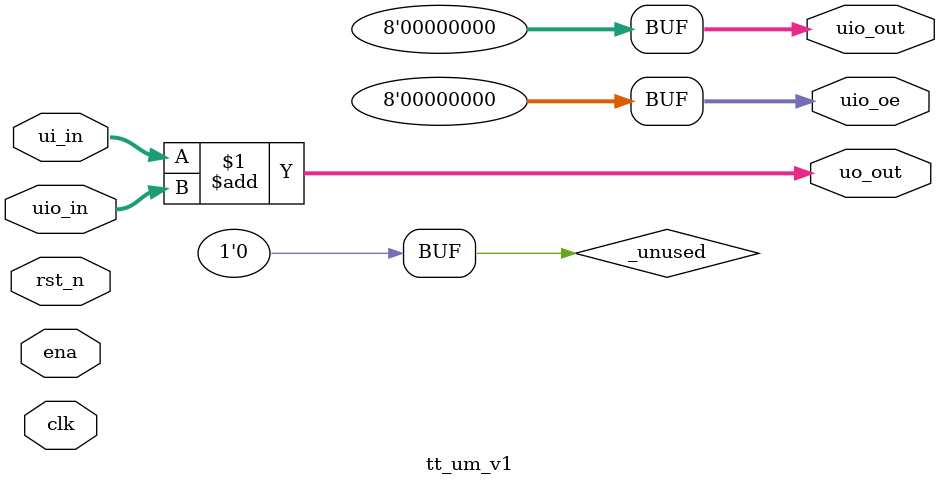
<source format=v>
/*
 * Copyright (c) 2024 Your Name
 * SPDX-License-Identifier: Apache-2.0
 */

`default_nettype none

module tt_um_v1 (
    input  wire [7:0] ui_in,    // Dedicated inputs
    output wire [7:0] uo_out,   // Dedicated outputs
    input  wire [7:0] uio_in,   // IOs: Input path
    output wire [7:0] uio_out,  // IOs: Output path
    output wire [7:0] uio_oe,   // IOs: Enable path (active high: 0=input, 1=output)
    input  wire       ena,      // always 1 when the design is powered, so you can ignore it
    input  wire       clk,      // clock
    input  wire       rst_n     // reset_n - low to reset
);

  // All output pins must be assigned. If not used, assign to 0.
  assign uo_out  = ui_in + uio_in;  // Example: ou_out is the sum of ui_in and uio_in
  assign uio_out = 0;
  assign uio_oe  = 0;

  // List all unused inputs to prevent warnings
  wire _unused = &{ena, clk, rst_n, 1'b0};

endmodule

</source>
